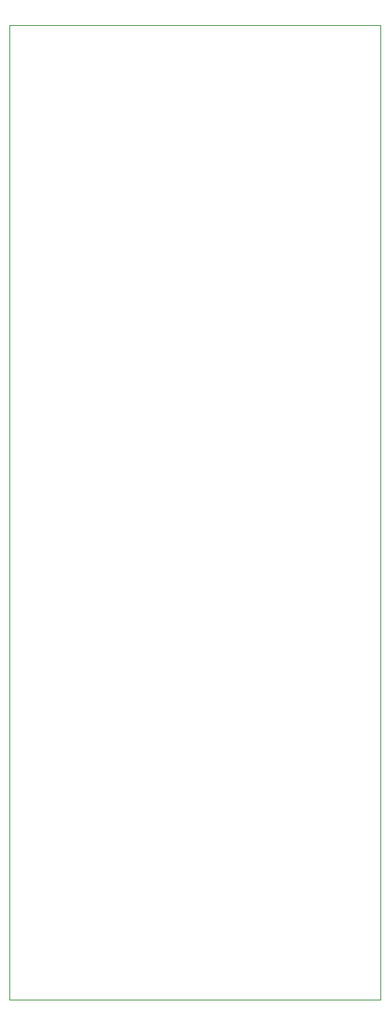
<source format=gm1>
G04 #@! TF.GenerationSoftware,KiCad,Pcbnew,6.0.7-f9a2dced07~116~ubuntu20.04.1*
G04 #@! TF.CreationDate,2022-09-25T20:21:23+02:00*
G04 #@! TF.ProjectId,Wordclock,576f7264-636c-46f6-936b-2e6b69636164,v01.3*
G04 #@! TF.SameCoordinates,Original*
G04 #@! TF.FileFunction,Profile,NP*
%FSLAX46Y46*%
G04 Gerber Fmt 4.6, Leading zero omitted, Abs format (unit mm)*
G04 Created by KiCad (PCBNEW 6.0.7-f9a2dced07~116~ubuntu20.04.1) date 2022-09-25 20:21:23*
%MOMM*%
%LPD*%
G01*
G04 APERTURE LIST*
G04 #@! TA.AperFunction,Profile*
%ADD10C,0.050000*%
G04 #@! TD*
G04 APERTURE END LIST*
D10*
X134887000Y-46524000D02*
X134887000Y-151524000D01*
X134887000Y-46524000D02*
X174887000Y-46524000D01*
X174887000Y-151524000D02*
X174887000Y-46524000D01*
X134887000Y-151524000D02*
X174887000Y-151524000D01*
M02*

</source>
